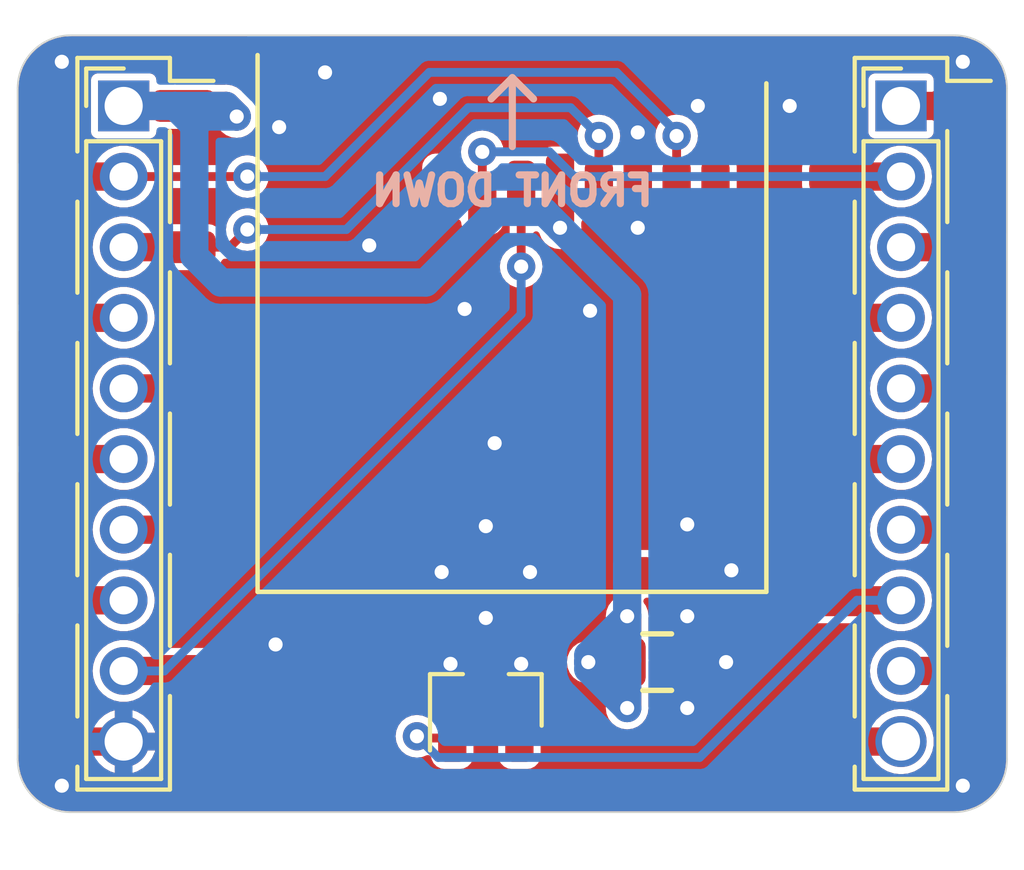
<source format=kicad_pcb>
(kicad_pcb (version 20221018) (generator pcbnew)
  (layers (0 "F.Cu" signal) (31 "B.Cu" signal) (34 "B.Paste" user) (35 "F.Paste" user) (36 "B.SilkS" user "B.Silkscreen") (37 "F.SilkS" user "F.Silkscreen") (38 "B.Mask" user) (39 "F.Mask" user) (44 "Edge.Cuts" user))
  (net 0 "")
  (net 1 "VCC")
  (net 2 "/SCK3")
  (net 3 "/SCL")
  (net 4 "/IO2")
  (net 5 "/IO4")
  (net 6 "/MISO3")
  (net 7 "/SDA")
  (net 8 "/IO1")
  (net 9 "/IO3")
  (net 10 "GND")
  (net 11 "/RX2")
  (net 12 "/MISO")
  (net 13 "/NIO1")
  (net 14 "/OW")
  (net 15 "/VUSB")
  (net 16 "/TX2")
  (net 17 "/SCK")
  (net 18 "/MOSI")
  (net 19 "/WKUP")
  (net 20 "/VCOM")
  (net 21 "/SDD1")
  (net 22 "/SDD2")
  (net 23 "/Detect")
  (net 24 "Net-(U1-Pad2)")
  (footprint "Connector_PinSocket_2.00mm:PinSocket_1x10_P2.00mm_Vertical_SMD_Pin1Right" (layer "F.Cu") (at 160.5 68)
    (fp_text reference "J2" hide)
    (fp_text value "Right")
    (fp_line (start -1.31 -10.36) (end -1.31 -7.71) (stroke (width 0.12)) (layer "F.SilkS"))
    (fp_line (start -1.31 -10.36) (end 1.31 -10.36) (stroke (width 0.12)) (layer "F.SilkS"))
    (fp_line (start -1.31 -6.29) (end -1.31 -3.71) (stroke (width 0.12)) (layer "F.SilkS"))
    (fp_line (start -1.31 -2.29) (end -1.31 0.29) (stroke (width 0.12)) (layer "F.SilkS"))
    (fp_line (start -1.31 1.71) (end -1.31 4.29) (stroke (width 0.12)) (layer "F.SilkS"))
    (fp_line (start -1.31 5.71) (end -1.31 8.29) (stroke (width 0.12)) (layer "F.SilkS"))
    (fp_line (start -1.31 9.71) (end -1.31 10.36) (stroke (width 0.12)) (layer "F.SilkS"))
    (fp_line (start -1.31 10.36) (end 1.31 10.36) (stroke (width 0.12)) (layer "F.SilkS"))
    (fp_line (start 1.31 -10.36) (end 1.31 -9.71) (stroke (width 0.12)) (layer "F.SilkS"))
    (fp_line (start 1.31 -9.71) (end 2.54 -9.71) (stroke (width 0.12)) (layer "F.SilkS"))
    (fp_line (start 1.31 -8.29) (end 1.31 -5.71) (stroke (width 0.12)) (layer "F.SilkS"))
    (fp_line (start 1.31 -4.29) (end 1.31 -1.71) (stroke (width 0.12)) (layer "F.SilkS"))
    (fp_line (start 1.31 -0.29) (end 1.31 2.29) (stroke (width 0.12)) (layer "F.SilkS"))
    (fp_line (start 1.31 3.71) (end 1.31 6.29) (stroke (width 0.12)) (layer "F.SilkS"))
    (fp_line (start 1.31 7.71) (end 1.31 10.36) (stroke (width 0.12)) (layer "F.SilkS"))
    (pad "1" smd roundrect (at 1.7 -9) (size 1.8 0.9) (layers "F.Cu" "F.Paste" "F.Mask") (net 16 "/TX2"))
    (pad "2" smd roundrect (at -1.7 -7) (size 1.8 0.9) (layers "F.Cu" "F.Paste" "F.Mask") (net 11 "/RX2"))
    (pad "3" smd roundrect (at 1.7 -5) (size 1.8 0.9) (layers "F.Cu" "F.Paste" "F.Mask") (net 17 "/SCK"))
    (pad "4" smd roundrect (at -1.7 -3) (size 1.8 0.9) (layers "F.Cu" "F.Paste" "F.Mask") (net 12 "/MISO"))
    (pad "5" smd roundrect (at 1.7 -1) (size 1.8 0.9) (layers "F.Cu" "F.Paste" "F.Mask") (net 18 "/MOSI"))
    (pad "6" smd roundrect (at -1.7 1) (size 1.8 0.9) (layers "F.Cu" "F.Paste" "F.Mask") (net 13 "/NIO1"))
    (pad "7" smd roundrect (at 1.7 3) (size 1.8 0.9) (layers "F.Cu" "F.Paste" "F.Mask") (net 19 "/WKUP"))
    (pad "8" smd roundrect (at -1.7 5) (size 1.8 0.9) (layers "F.Cu" "F.Paste" "F.Mask") (net 14 "/OW"))
    (pad "9" smd roundrect (at 1.7 7) (size 1.8 0.9) (layers "F.Cu" "F.Paste" "F.Mask") (net 20 "/VCOM"))
    (pad "10" smd roundrect (at -1.7 9) (size 1.8 0.9) (layers "F.Cu" "F.Paste" "F.Mask") (net 15 "/VUSB"))
  )
  (footprint "Connector_PinSocket_2.00mm:PinSocket_1x10_P2.00mm_Vertical_SMD_Pin1Right" (layer "F.Cu") (at 138.5 68)
    (fp_text reference "J1" hide)
    (fp_text value "Left")
    (fp_line (start -1.31 -10.36) (end -1.31 -7.71) (stroke (width 0.12)) (layer "F.SilkS"))
    (fp_line (start -1.31 -10.36) (end 1.31 -10.36) (stroke (width 0.12)) (layer "F.SilkS"))
    (fp_line (start -1.31 -6.29) (end -1.31 -3.71) (stroke (width 0.12)) (layer "F.SilkS"))
    (fp_line (start -1.31 -2.29) (end -1.31 0.29) (stroke (width 0.12)) (layer "F.SilkS"))
    (fp_line (start -1.31 1.71) (end -1.31 4.29) (stroke (width 0.12)) (layer "F.SilkS"))
    (fp_line (start -1.31 5.71) (end -1.31 8.29) (stroke (width 0.12)) (layer "F.SilkS"))
    (fp_line (start -1.31 9.71) (end -1.31 10.36) (stroke (width 0.12)) (layer "F.SilkS"))
    (fp_line (start -1.31 10.36) (end 1.31 10.36) (stroke (width 0.12)) (layer "F.SilkS"))
    (fp_line (start 1.31 -10.36) (end 1.31 -9.71) (stroke (width 0.12)) (layer "F.SilkS"))
    (fp_line (start 1.31 -9.71) (end 2.54 -9.71) (stroke (width 0.12)) (layer "F.SilkS"))
    (fp_line (start 1.31 -8.29) (end 1.31 -5.71) (stroke (width 0.12)) (layer "F.SilkS"))
    (fp_line (start 1.31 -4.29) (end 1.31 -1.71) (stroke (width 0.12)) (layer "F.SilkS"))
    (fp_line (start 1.31 -0.29) (end 1.31 2.29) (stroke (width 0.12)) (layer "F.SilkS"))
    (fp_line (start 1.31 3.71) (end 1.31 6.29) (stroke (width 0.12)) (layer "F.SilkS"))
    (fp_line (start 1.31 7.71) (end 1.31 10.36) (stroke (width 0.12)) (layer "F.SilkS"))
    (pad "1" smd roundrect (at 1.7 -9) (size 1.8 0.9) (layers "F.Cu" "F.Paste" "F.Mask") (net 1 "VCC"))
    (pad "2" smd roundrect (at -1.7 -7) (size 1.8 0.9) (layers "F.Cu" "F.Paste" "F.Mask") (net 6 "/MISO3"))
    (pad "3" smd roundrect (at 1.7 -5) (size 1.8 0.9) (layers "F.Cu" "F.Paste" "F.Mask") (net 2 "/SCK3"))
    (pad "4" smd roundrect (at -1.7 -3) (size 1.8 0.9) (layers "F.Cu" "F.Paste" "F.Mask") (net 7 "/SDA"))
    (pad "5" smd roundrect (at 1.7 -1) (size 1.8 0.9) (layers "F.Cu" "F.Paste" "F.Mask") (net 3 "/SCL"))
    (pad "6" smd roundrect (at -1.7 1) (size 1.8 0.9) (layers "F.Cu" "F.Paste" "F.Mask") (net 8 "/IO1"))
    (pad "7" smd roundrect (at 1.7 3) (size 1.8 0.9) (layers "F.Cu" "F.Paste" "F.Mask") (net 4 "/IO2"))
    (pad "8" smd roundrect (at -1.7 5) (size 1.8 0.9) (layers "F.Cu" "F.Paste" "F.Mask") (net 9 "/IO3"))
    (pad "9" smd roundrect (at 1.7 7) (size 1.8 0.9) (layers "F.Cu" "F.Paste" "F.Mask") (net 5 "/IO4"))
    (pad "10" smd roundrect (at -1.7 9) (size 1.8 0.9) (layers "F.Cu" "F.Paste" "F.Mask") (net 10 "GND"))
  )
  (footprint "Connector_PinHeader_2.00mm:PinHeader_1x10_P2.00mm_Vertical" (layer "F.Cu") (at 138.5 59)
    (fp_text reference "J3" hide)
    (fp_text value "Left")
    (fp_line (start -1.06 -1.06) (end 0 -1.06) (stroke (width 0.12)) (layer "F.SilkS"))
    (fp_line (start -1.06 0) (end -1.06 -1.06) (stroke (width 0.12)) (layer "F.SilkS"))
    (fp_line (start -1.06 1) (end -1.06 19.06) (stroke (width 0.12)) (layer "F.SilkS"))
    (fp_line (start -1.06 1) (end 1.06 1) (stroke (width 0.12)) (layer "F.SilkS"))
    (fp_line (start -1.06 19.06) (end 1.06 19.06) (stroke (width 0.12)) (layer "F.SilkS"))
    (fp_line (start 1.06 1) (end 1.06 19.06) (stroke (width 0.12)) (layer "F.SilkS"))
    (pad "1" thru_hole rect (at 0 0) (size 1.45 1.44) (drill 1.08) (layers "*.Cu" "B.Mask") (net 1 "VCC"))
    (pad "2" thru_hole oval (at 0 2) (size 1.35 1.35) (drill 0.8) (layers "*.Cu" "B.Mask") (net 6 "/MISO3"))
    (pad "3" thru_hole oval (at 0 4) (size 1.35 1.35) (drill 0.8) (layers "*.Cu" "B.Mask") (net 2 "/SCK3"))
    (pad "4" thru_hole oval (at 0 6) (size 1.35 1.35) (drill 0.8) (layers "*.Cu" "B.Mask") (net 7 "/SDA"))
    (pad "5" thru_hole oval (at 0 8) (size 1.35 1.35) (drill 0.8) (layers "*.Cu" "B.Mask") (net 3 "/SCL"))
    (pad "6" thru_hole oval (at 0 10) (size 1.35 1.35) (drill 0.8) (layers "*.Cu" "B.Mask") (net 8 "/IO1"))
    (pad "7" thru_hole oval (at 0 12) (size 1.35 1.35) (drill 0.8) (layers "*.Cu" "B.Mask") (net 4 "/IO2"))
    (pad "8" thru_hole oval (at 0 14) (size 1.35 1.35) (drill 0.8) (layers "*.Cu" "B.Mask") (net 9 "/IO3"))
    (pad "9" thru_hole oval (at 0 16) (size 1.35 1.35) (drill 0.8) (layers "*.Cu" "B.Mask") (net 5 "/IO4"))
    (pad "10" thru_hole oval (at 0 18) (size 1.45 1.44) (drill 1.08) (layers "*.Cu" "B.Mask") (net 10 "GND"))
  )
  (footprint "Connector_PinHeader_2.00mm:PinHeader_1x10_P2.00mm_Vertical" (layer "F.Cu") (at 160.5 59)
    (fp_text reference "J4" hide)
    (fp_text value "Right")
    (fp_line (start -1.06 -1.06) (end 0 -1.06) (stroke (width 0.12)) (layer "F.SilkS"))
    (fp_line (start -1.06 0) (end -1.06 -1.06) (stroke (width 0.12)) (layer "F.SilkS"))
    (fp_line (start -1.06 1) (end -1.06 19.06) (stroke (width 0.12)) (layer "F.SilkS"))
    (fp_line (start -1.06 1) (end 1.06 1) (stroke (width 0.12)) (layer "F.SilkS"))
    (fp_line (start -1.06 19.06) (end 1.06 19.06) (stroke (width 0.12)) (layer "F.SilkS"))
    (fp_line (start 1.06 1) (end 1.06 19.06) (stroke (width 0.12)) (layer "F.SilkS"))
    (pad "1" thru_hole rect (at 0 0) (size 1.45 1.44) (drill 1.08) (layers "*.Cu" "B.Mask") (net 16 "/TX2"))
    (pad "2" thru_hole oval (at 0 2) (size 1.35 1.35) (drill 0.8) (layers "*.Cu" "B.Mask") (net 11 "/RX2"))
    (pad "3" thru_hole oval (at 0 4) (size 1.35 1.35) (drill 0.8) (layers "*.Cu" "B.Mask") (net 17 "/SCK"))
    (pad "4" thru_hole oval (at 0 6) (size 1.35 1.35) (drill 0.8) (layers "*.Cu" "B.Mask") (net 12 "/MISO"))
    (pad "5" thru_hole oval (at 0 8) (size 1.35 1.35) (drill 0.8) (layers "*.Cu" "B.Mask") (net 18 "/MOSI"))
    (pad "6" thru_hole oval (at 0 10) (size 1.35 1.35) (drill 0.8) (layers "*.Cu" "B.Mask") (net 13 "/NIO1"))
    (pad "7" thru_hole oval (at 0 12) (size 1.35 1.35) (drill 0.8) (layers "*.Cu" "B.Mask") (net 19 "/WKUP"))
    (pad "8" thru_hole oval (at 0 14) (size 1.35 1.35) (drill 0.8) (layers "*.Cu" "B.Mask") (net 14 "/OW"))
    (pad "9" thru_hole oval (at 0 16) (size 1.35 1.35) (drill 0.8) (layers "*.Cu" "B.Mask") (net 20 "/VCOM"))
    (pad "10" thru_hole oval (at 0 18) (size 1.45 1.44) (drill 1.08) (layers "*.Cu" "B.Mask") (net 15 "/VUSB"))
  )
  (footprint "stdpads:SOT-23" (layer "F.Cu") (at 148.75 75.85 90)
    (fp_text reference "U1" hide)
    (fp_text value "DS28E05")
    (fp_line (start 0.76 -1.58) (end -1.4 -1.58) (stroke (width 0.12)) (layer "F.SilkS"))
    (fp_line (start 0.76 -1.58) (end 0.76 -0.65) (stroke (width 0.12)) (layer "F.SilkS"))
    (fp_line (start 0.76 1.58) (end -0.7 1.58) (stroke (width 0.12)) (layer "F.SilkS"))
    (fp_line (start 0.76 1.58) (end 0.76 0.65) (stroke (width 0.12)) (layer "F.SilkS"))
    (pad "1" smd roundrect (at -1.05 -0.95 90) (size 1.35 0.8) (layers "F.Cu" "F.Paste" "F.Mask") (net 14 "/OW"))
    (pad "2" smd roundrect (at -1.05 0.95 90) (size 1.35 0.8) (layers "F.Cu" "F.Paste" "F.Mask") (net 24 "Net-(U1-Pad2)"))
    (pad "3" smd roundrect (at 1.05 0 90) (size 1.35 0.8) (layers "F.Cu" "F.Paste" "F.Mask") (net 10 "GND"))
  )
  (footprint "stdpads:C_0805" (layer "F.Cu") (at 153.6 74.75)
    (fp_text reference "C1" hide)
    (fp_text value "2u2" hide)
    (fp_line (start -0.4064 -0.8) (end 0.4064 -0.8) (stroke (width 0.1524)) (layer "F.SilkS"))
    (fp_line (start -0.4064 0.8) (end 0.4064 0.8) (stroke (width 0.1524)) (layer "F.SilkS"))
    (pad "1" smd roundrect (at -0.85 0) (size 1.05 1.4) (layers "F.Cu" "F.Paste" "F.Mask") (net 1 "VCC"))
    (pad "2" smd roundrect (at 0.85 0) (size 1.05 1.4) (layers "F.Cu" "F.Paste" "F.Mask") (net 10 "GND"))
  )
  (footprint "stdpads:Molex_473521001_microSD" (layer "F.Cu") (at 151.95 65 180)
    (fp_text reference "J5" hide)
    (fp_text value "microSD")
    (fp_line (start -4.74 -7.76) (end -4.74 6.64) (stroke (width 0.127)) (layer "F.SilkS"))
    (fp_line (start -4.74 -7.76) (end 9.66 -7.76) (stroke (width 0.127)) (layer "F.SilkS"))
    (fp_line (start 9.66 -7.76) (end 9.66 7.44) (stroke (width 0.127)) (layer "F.SilkS"))
    (pad "1" smd roundrect (at 4.4 3.7 180) (size 0.8 1.5) (layers "F.Cu" "F.Paste" "F.Mask") (net 22 "/SDD2"))
    (pad "2" smd roundrect (at 3.3 3.3 180) (size 0.8 1.5) (layers "F.Cu" "F.Paste" "F.Mask") (net 11 "/RX2"))
    (pad "3" smd roundrect (at 2.2 3.7 180) (size 0.8 1.5) (layers "F.Cu" "F.Paste" "F.Mask") (net 5 "/IO4"))
    (pad "4" smd roundrect (at 1.1 3.9 180) (size 0.8 1.5) (layers "F.Cu" "F.Paste" "F.Mask") (net 1 "VCC"))
    (pad "5" smd roundrect (at 0 3.7 180) (size 0.8 1.5) (layers "F.Cu" "F.Paste" "F.Mask") (net 2 "/SCK3"))
    (pad "6" smd roundrect (at -1.1 3.9 180) (size 0.8 1.5) (layers "F.Cu" "F.Paste" "F.Mask") (net 10 "GND"))
    (pad "7" smd roundrect (at -2.2 3.7 180) (size 0.8 1.5) (layers "F.Cu" "F.Paste" "F.Mask") (net 6 "/MISO3"))
    (pad "8" smd roundrect (at -3.3 3.7 180) (size 0.8 1.5) (layers "F.Cu" "F.Paste" "F.Mask") (net 21 "/SDD1"))
    (pad "9" smd roundrect (at -1.1 -7.25 180) (size 1 0.95) (layers "F.Cu" "F.Paste" "F.Mask") (net 23 "/Detect"))
    (pad "10" smd roundrect (at -4.09 5.99 180) (size 1.4 1.9) (layers "F.Cu" "F.Paste" "F.Mask") (net 10 "GND"))
    (pad "10" smd roundrect (at -2.49 -7.16 180) (size 1.3 1.4) (layers "F.Cu" "F.Paste" "F.Mask") (net 10 "GND"))
    (pad "10" smd roundrect (at 3.21 -7.21 180) (size 1.3 1.4) (layers "F.Cu" "F.Paste" "F.Mask") (net 10 "GND"))
    (pad "10" smd roundrect (at 9.06 6.94 180) (size 1.4 1.9) (layers "F.Cu" "F.Paste" "F.Mask") (net 10 "GND"))
  )
  (gr_line (start 149.5 58.2) (end 148.9 58.8) (stroke (width 0.2032)) (layer "B.SilkS"))
  (gr_line (start 149.5 58.2) (end 150.1 58.8) (stroke (width 0.2032)) (layer "B.SilkS"))
  (gr_line (start 149.5 60.15) (end 149.5 58.2) (stroke (width 0.2032)) (layer "B.SilkS"))
  (gr_line (start 162 57) (end 137 57) (stroke (width 0.05)) (layer "Edge.Cuts"))
  (gr_arc (start 163.5 77.5) (mid 163.06066 78.56066) (end 162 79) (stroke (width 0.05)) (layer "Edge.Cuts"))
  (gr_arc (start 135.5 58.5) (mid 135.93934 57.43934) (end 137 57) (stroke (width 0.05)) (layer "Edge.Cuts"))
  (gr_arc (start 162 57) (mid 163.06066 57.43934) (end 163.5 58.5) (stroke (width 0.05)) (layer "Edge.Cuts"))
  (gr_line (start 137 79) (end 162 79) (stroke (width 0.05)) (layer "Edge.Cuts"))
  (gr_arc (start 137 79) (mid 135.93934 78.56066) (end 135.5 77.5) (stroke (width 0.05)) (layer "Edge.Cuts"))
  (gr_line (start 135.5 58.5) (end 135.5 77.5) (stroke (width 0.05)) (layer "Edge.Cuts"))
  (gr_line (start 163.5 77.5) (end 163.5 58.5) (stroke (width 0.05)) (layer "Edge.Cuts"))
  (gr_text "FRONT DOWN" (at 149.5 61.4) (layer "B.SilkS") (effects (font (size 0.8128 0.8128) (thickness 0.2032)) (justify mirror)))
  (segment (start 152.75 74.75) (end 151.65 74.75) (width 0.8) (layer "F.Cu") (net 1))
  (segment (start 152.75 74.75) (end 152.75 73.45) (width 0.8) (layer "F.Cu") (net 1))
  (segment (start 150.85 61.1) (end 150.85 62.45) (width 0.8) (layer "F.Cu") (net 1))
  (segment (start 141.4 59) (end 141.7 59.3) (width 0.8) (layer "F.Cu") (net 1))
  (segment (start 152.75 74.75) (end 152.75 76.05) (width 0.8) (layer "F.Cu") (net 1))
  (segment (start 138.5 59) (end 140.1 59) (width 0.8) (layer "F.Cu") (net 1))
  (segment (start 140.1 59) (end 141.4 59) (width 0.8) (layer "F.Cu") (net 1))
  (via (at 141.7 59.3) (size 0.8) (drill 0.4) (layers "F.Cu" "B.Cu") (net 1))
  (via (at 151.65 74.75) (size 0.8) (drill 0.4) (layers "F.Cu" "B.Cu") (net 1))
  (via (at 152.75 73.45) (size 0.8) (drill 0.4) (layers "F.Cu" "B.Cu") (net 1))
  (via (at 150.85 62.45) (size 0.8) (drill 0.4) (layers "F.Cu" "B.Cu") (net 1))
  (via (at 152.75 76.05) (size 0.8) (drill 0.4) (layers "F.Cu" "B.Cu") (net 1))
  (segment (start 140.5 59.55) (end 139.95 59) (width 0.8) (layer "B.Cu") (net 1))
  (segment (start 151.65 74.95) (end 152.75 76.05) (width 0.8) (layer "B.Cu") (net 1))
  (segment (start 151.65 74.75) (end 152.7 74.75) (width 0.8) (layer "B.Cu") (net 1))
  (segment (start 141.7 59.3) (end 140.75 59.3) (width 0.8) (layer "B.Cu") (net 1))
  (segment (start 150.85 62.45) (end 150.4 62) (width 0.8) (layer "B.Cu") (net 1))
  (segment (start 140.75 59.3) (end 140.5 59.55) (width 0.8) (layer "B.Cu") (net 1))
  (segment (start 151.65 74.55) (end 151.65 74.75) (width 0.8) (layer "B.Cu") (net 1))
  (segment (start 139.95 59) (end 138.5 59) (width 0.8) (layer "B.Cu") (net 1))
  (segment (start 141.4 59) (end 141.7 59.3) (width 0.8) (layer "B.Cu") (net 1))
  (segment (start 151.65 74.75) (end 151.65 74.95) (width 0.8) (layer "B.Cu") (net 1))
  (segment (start 139.95 59) (end 141.4 59) (width 0.8) (layer "B.Cu") (net 1))
  (segment (start 149.05 62) (end 147.05 64) (width 0.8) (layer "B.Cu") (net 1))
  (segment (start 147.05 64) (end 141.25 64) (width 0.8) (layer "B.Cu") (net 1))
  (segment (start 141.25 64) (end 140.5 63.25) (width 0.8) (layer "B.Cu") (net 1))
  (segment (start 150.4 62) (end 149.05 62) (width 0.8) (layer "B.Cu") (net 1))
  (segment (start 152.7 74.75) (end 152.75 74.7) (width 0.8) (layer "B.Cu") (net 1))
  (segment (start 152.75 64.35) (end 150.85 62.45) (width 0.8) (layer "B.Cu") (net 1))
  (segment (start 152.75 74.7) (end 152.75 73.45) (width 0.8) (layer "B.Cu") (net 1))
  (segment (start 152.75 73.45) (end 152.75 64.35) (width 0.8) (layer "B.Cu") (net 1))
  (segment (start 140.5 63.25) (end 140.5 59.55) (width 0.8) (layer "B.Cu") (net 1))
  (segment (start 152.75 76.05) (end 152.75 74.7) (width 0.8) (layer "B.Cu") (net 1))
  (segment (start 152.75 73.45) (end 151.65 74.55) (width 0.8) (layer "B.Cu") (net 1))
  (segment (start 138.5 63) (end 140.1 63) (width 0.8) (layer "F.Cu") (net 2))
  (segment (start 141.5 63) (end 138.5 63) (width 0.25) (layer "F.Cu") (net 2))
  (segment (start 142 62.5) (end 141.5 63) (width 0.25) (layer "F.Cu") (net 2))
  (segment (start 151.95 61.3) (end 151.95 59.85) (width 0.25) (layer "F.Cu") (net 2))
  (via (at 142 62.5) (size 0.8) (drill 0.4) (layers "F.Cu" "B.Cu") (net 2))
  (via (at 151.95 59.85) (size 0.8) (drill 0.4) (layers "F.Cu" "B.Cu") (net 2))
  (segment (start 142 62.5) (end 144.8 62.5) (width 0.25) (layer "B.Cu") (net 2))
  (segment (start 151.15 59.05) (end 151.95 59.85) (width 0.25) (layer "B.Cu") (net 2))
  (segment (start 148.25 59.05) (end 151.15 59.05) (width 0.25) (layer "B.Cu") (net 2))
  (segment (start 144.8 62.5) (end 148.25 59.05) (width 0.25) (layer "B.Cu") (net 2))
  (segment (start 138.5 67) (end 140.2 67) (width 0.8) (layer "F.Cu") (net 3))
  (segment (start 138.5 71) (end 140.2 71) (width 0.8) (layer "F.Cu") (net 4))
  (segment (start 140.1 75) (end 138.5 75) (width 0.8) (layer "F.Cu") (net 5))
  (segment (start 149.75 61.3) (end 149.75 63.55) (width 0.25) (layer "F.Cu") (net 5))
  (via (at 149.75 63.55) (size 0.8) (drill 0.4) (layers "F.Cu" "B.Cu") (net 5))
  (segment (start 149.75 63.55) (end 149.75 64.9) (width 0.25) (layer "B.Cu") (net 5))
  (segment (start 139.65 75) (end 138.5 75) (width 0.25) (layer "B.Cu") (net 5))
  (segment (start 149.75 64.9) (end 139.65 75) (width 0.25) (layer "B.Cu") (net 5))
  (segment (start 138.5 61) (end 136.9 61) (width 0.8) (layer "F.Cu") (net 6))
  (segment (start 138.5 61) (end 142 61) (width 0.25) (layer "F.Cu") (net 6))
  (segment (start 154.15 59.85) (end 154.15 61.3) (width 0.25) (layer "F.Cu") (net 6))
  (via (at 142 61) (size 0.8) (drill 0.4) (layers "F.Cu" "B.Cu") (net 6))
  (via (at 154.15 59.85) (size 0.8) (drill 0.4) (layers "F.Cu" "B.Cu") (net 6))
  (segment (start 154.15 59.75) (end 152.45 58.05) (width 0.25) (layer "B.Cu") (net 6))
  (segment (start 138.55 61.05) (end 138.5 61) (width 0.8) (layer "B.Cu") (net 6))
  (segment (start 144.2 61) (end 142 61) (width 0.25) (layer "B.Cu") (net 6))
  (segment (start 147.15 58.05) (end 144.2 61) (width 0.25) (layer "B.Cu") (net 6))
  (segment (start 154.15 59.85) (end 154.15 59.75) (width 0.25) (layer "B.Cu") (net 6))
  (segment (start 152.45 58.05) (end 147.15 58.05) (width 0.25) (layer "B.Cu") (net 6))
  (segment (start 138.5 65) (end 136.8 65) (width 0.8) (layer "F.Cu") (net 7))
  (segment (start 138.5 69) (end 136.8 69) (width 0.8) (layer "F.Cu") (net 8))
  (segment (start 136.8 73) (end 138.5 73) (width 0.8) (layer "F.Cu") (net 9))
  (segment (start 154.45 74.75) (end 155.55 74.75) (width 0.8) (layer "F.Cu") (net 10))
  (segment (start 156.04 59.01) (end 154.76 59.01) (width 0.8) (layer "F.Cu") (net 10))
  (segment (start 154.44 72.16) (end 154.44 73.44) (width 0.8) (layer "F.Cu") (net 10))
  (segment (start 155.69 72.16) (end 155.7 72.15) (width 0.8) (layer "F.Cu") (net 10))
  (segment (start 156.04 59.01) (end 157.34 59.01) (width 0.8) (layer "F.Cu") (net 10))
  (segment (start 142.89 58.06) (end 144.19 58.06) (width 0.8) (layer "F.Cu") (net 10))
  (segment (start 153.05 61.1) (end 153.05 62.45) (width 0.8) (layer "F.Cu") (net 10))
  (segment (start 154.44 70.86) (end 154.45 70.85) (width 0.8) (layer "F.Cu") (net 10))
  (segment (start 144.19 58.06) (end 144.2 58.05) (width 0.8) (layer "F.Cu") (net 10))
  (segment (start 149.99 72.21) (end 150 72.2) (width 0.8) (layer "F.Cu") (net 10))
  (segment (start 148.75 74.8) (end 147.75 74.8) (width 0.8) (layer "F.Cu") (net 10))
  (segment (start 148.74 72.21) (end 147.51 72.21) (width 0.8) (layer "F.Cu") (net 10))
  (segment (start 148.74 72.21) (end 149.99 72.21) (width 0.8) (layer "F.Cu") (net 10))
  (segment (start 148.74 73.49) (end 148.75 73.5) (width 0.8) (layer "F.Cu") (net 10))
  (segment (start 148.74 72.21) (end 148.74 73.49) (width 0.8) (layer "F.Cu") (net 10))
  (segment (start 154.45 74.75) (end 154.45 76.05) (width 0.8) (layer "F.Cu") (net 10))
  (segment (start 148.75 74.8) (end 149.75 74.8) (width 0.8) (layer "F.Cu") (net 10))
  (segment (start 154.44 72.16) (end 154.44 70.86) (width 0.8) (layer "F.Cu") (net 10))
  (segment (start 154.44 73.44) (end 154.45 73.45) (width 0.8) (layer "F.Cu") (net 10))
  (segment (start 153.05 61.1) (end 153.05 59.75) (width 0.8) (layer "F.Cu") (net 10))
  (segment (start 142.89 59.59) (end 142.9 59.6) (width 0.8) (layer "F.Cu") (net 10))
  (segment (start 148.74 70.91) (end 148.75 70.9) (width 0.8) (layer "F.Cu") (net 10))
  (segment (start 147.51 72.21) (end 147.5 72.2) (width 0.8) (layer "F.Cu") (net 10))
  (segment (start 148.74 72.21) (end 148.74 70.91) (width 0.8) (layer "F.Cu") (net 10))
  (segment (start 142.89 58.06) (end 142.89 59.59) (width 0.8) (layer "F.Cu") (net 10))
  (segment (start 154.44 72.16) (end 155.69 72.16) (width 0.8) (layer "F.Cu") (net 10))
  (segment (start 154.76 59.01) (end 154.75 59) (width 0.8) (layer "F.Cu") (net 10))
  (segment (start 154.45 73.45) (end 154.45 74.75) (width 0.8) (layer "F.Cu") (net 10))
  (segment (start 157.34 59.01) (end 157.35 59) (width 0.8) (layer "F.Cu") (net 10))
  (segment (start 148.75 74.8) (end 148.75 73.5) (width 0.8) (layer "F.Cu") (net 10))
  (segment (start 136.8 77) (end 138.5 77) (width 0.8) (layer "F.Cu") (net 10))
  (via (at 145.45 62.95) (size 0.8) (drill 0.4) (layers "F.Cu" "B.Cu") (net 10))
  (via (at 136.75 57.75) (size 0.8) (drill 0.4) (layers "F.Cu" "B.Cu") (net 10))
  (via (at 162.25 57.75) (size 0.8) (drill 0.4) (layers "F.Cu" "B.Cu") (net 10))
  (via (at 136.75 78.25) (size 0.8) (drill 0.4) (layers "F.Cu" "B.Cu") (net 10))
  (via (at 162.25 78.25) (size 0.8) (drill 0.4) (layers "F.Cu" "B.Cu") (net 10))
  (via (at 151.7 64.8) (size 0.8) (drill 0.4) (layers "F.Cu" "B.Cu") (net 10))
  (via (at 147.45 58.8) (size 0.8) (drill 0.4) (layers "F.Cu" "B.Cu") (net 10))
  (via (at 149 68.55) (size 0.8) (drill 0.4) (layers "F.Cu" "B.Cu") (net 10))
  (via (at 142.8 74.25) (size 0.8) (drill 0.4) (layers "F.Cu" "B.Cu") (net 10))
  (via (at 148.15 64.75) (size 0.8) (drill 0.4) (layers "F.Cu" "B.Cu") (net 10))
  (via (at 144.2 58.05) (size 0.8) (drill 0.4) (layers "F.Cu" "B.Cu") (net 10))
  (via (at 155.7 72.15) (size 0.8) (drill 0.4) (layers "F.Cu" "B.Cu") (net 10))
  (via (at 154.45 76.05) (size 0.8) (drill 0.4) (layers "F.Cu" "B.Cu") (net 10))
  (via (at 148.75 70.9) (size 0.8) (drill 0.4) (layers "F.Cu" "B.Cu") (net 10))
  (via (at 154.75 59) (size 0.8) (drill 0.4) (layers "F.Cu" "B.Cu") (net 10))
  (via (at 157.35 59) (size 0.8) (drill 0.4) (layers "F.Cu" "B.Cu") (net 10))
  (via (at 150 72.2) (size 0.8) (drill 0.4) (layers "F.Cu" "B.Cu") (net 10))
  (via (at 154.45 70.85) (size 0.8) (drill 0.4) (layers "F.Cu" "B.Cu") (net 10))
  (via (at 147.5 72.2) (size 0.8) (drill 0.4) (layers "F.Cu" "B.Cu") (net 10))
  (via (at 148.75 73.5) (size 0.8) (drill 0.4) (layers "F.Cu" "B.Cu") (net 10))
  (via (at 149.75 74.8) (size 0.8) (drill 0.4) (layers "F.Cu" "B.Cu") (net 10))
  (via (at 155.55 74.75) (size 0.8) (drill 0.4) (layers "F.Cu" "B.Cu") (net 10))
  (via (at 153.05 59.75) (size 0.8) (drill 0.4) (layers "F.Cu" "B.Cu") (net 10))
  (via (at 153.05 62.45) (size 0.8) (drill 0.4) (layers "F.Cu" "B.Cu") (net 10))
  (via (at 147.75 74.8) (size 0.8) (drill 0.4) (layers "F.Cu" "B.Cu") (net 10))
  (via (at 142.9 59.6) (size 0.8) (drill 0.4) (layers "F.Cu" "B.Cu") (net 10))
  (via (at 154.45 73.45) (size 0.8) (drill 0.4) (layers "F.Cu" "B.Cu") (net 10))
  (segment (start 148.65 61.7) (end 148.65 60.3) (width 0.25) (layer "F.Cu") (net 11))
  (segment (start 158.9 61) (end 160.5 61) (width 0.8) (layer "F.Cu") (net 11))
  (via (at 148.65 60.3) (size 0.8) (drill 0.4) (layers "F.Cu" "B.Cu") (net 11))
  (segment (start 160 61) (end 151.25 61) (width 0.25) (layer "B.Cu") (net 11))
  (segment (start 150.55 60.3) (end 148.65 60.3) (width 0.25) (layer "B.Cu") (net 11))
  (segment (start 151.25 61) (end 150.55 60.3) (width 0.25) (layer "B.Cu") (net 11))
  (segment (start 160.5 65) (end 158.9 65) (width 0.8) (layer "F.Cu") (net 12))
  (segment (start 158.9 69) (end 160.5 69) (width 0.8) (layer "F.Cu") (net 13))
  (segment (start 158.9 73) (end 160.5 73) (width 0.8) (layer "F.Cu") (net 14))
  (segment (start 146.8 76.85) (end 146.85 76.9) (width 0.25) (layer "F.Cu") (net 14))
  (segment (start 146.85 76.9) (end 147.8 76.9) (width 0.25) (layer "F.Cu") (net 14))
  (via (at 146.8 76.85) (size 0.8) (drill 0.4) (layers "F.Cu" "B.Cu") (net 14))
  (segment (start 146.8 76.85) (end 147.4 77.45) (width 0.25) (layer "B.Cu") (net 14))
  (segment (start 147.4 77.45) (end 154.8 77.45) (width 0.25) (layer "B.Cu") (net 14))
  (segment (start 154.8 77.45) (end 159.25 73) (width 0.25) (layer "B.Cu") (net 14))
  (segment (start 159.25 73) (end 160.5 73) (width 0.25) (layer "B.Cu") (net 14))
  (segment (start 158.9 77) (end 160.5 77) (width 0.8) (layer "F.Cu") (net 15))
  (segment (start 160.5 59) (end 162.1 59) (width 0.8) (layer "F.Cu") (net 16))
  (segment (start 162.1 63) (end 160.5 63) (width 0.8) (layer "F.Cu") (net 17))
  (segment (start 162.1 67) (end 160.5 67) (width 0.8) (layer "F.Cu") (net 18))
  (segment (start 162.1 71) (end 160.5 71) (width 0.8) (layer "F.Cu") (net 19))
  (segment (start 162.1 75) (end 160.5 75) (width 0.8) (layer "F.Cu") (net 20))
  (zone (net 10) (net_name "GND") (layer "F.Cu") (connect_pads (clearance 0.2)) (min_thickness 0.2) (fill yes (thermal_gap 0.2) (thermal_bridge_width 0.5))
    (polygon (pts (xy 164 80) (xy 135 80) (xy 135 56) (xy 164 56)))
  )
  (zone (net 10) (net_name "GND") (layer "B.Cu") (connect_pads (clearance 0.2)) (min_thickness 0.2) (fill yes (thermal_gap 0.2) (thermal_bridge_width 0.5))
    (polygon (pts (xy 164 80) (xy 135 80) (xy 135 56) (xy 164 56)))
  )
)
</source>
